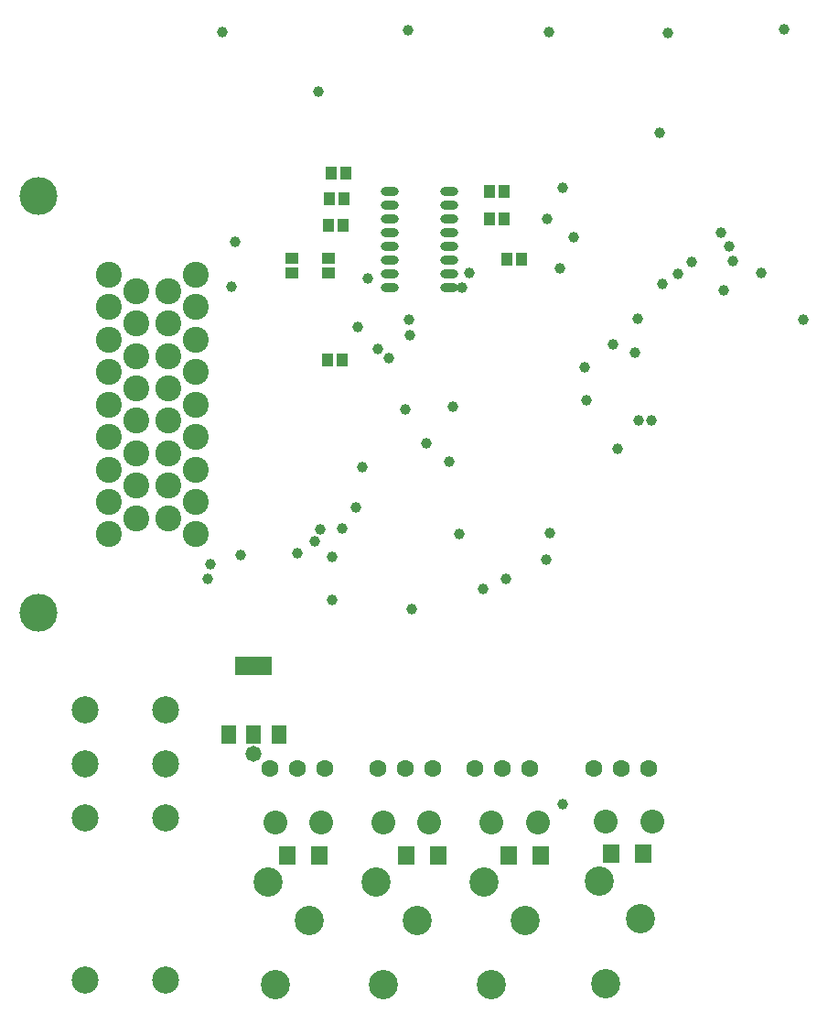
<source format=gbs>
G04*
G04 #@! TF.GenerationSoftware,Altium Limited,Altium Designer,19.1.8 (144)*
G04*
G04 Layer_Color=16711935*
%FSLAX25Y25*%
%MOIN*%
G70*
G01*
G75*
%ADD39O,0.06509X0.03162*%
%ADD51R,0.06115X0.06509*%
%ADD52R,0.04343X0.04737*%
%ADD53R,0.04737X0.04343*%
%ADD54C,0.06312*%
%ADD55C,0.09461*%
%ADD56C,0.13792*%
%ADD57C,0.10642*%
%ADD58C,0.08674*%
%ADD59C,0.09855*%
%ADD60C,0.05800*%
%ADD61C,0.03875*%
%ADD77R,0.05524X0.06706*%
%ADD78R,0.13792X0.06706*%
D39*
X143595Y269582D02*
D03*
Y274582D02*
D03*
Y279582D02*
D03*
Y284582D02*
D03*
Y289582D02*
D03*
Y294582D02*
D03*
Y299582D02*
D03*
Y304582D02*
D03*
X165051Y269582D02*
D03*
Y274582D02*
D03*
Y279582D02*
D03*
Y284582D02*
D03*
Y289582D02*
D03*
Y294582D02*
D03*
Y299582D02*
D03*
Y304582D02*
D03*
D51*
X149453Y63047D02*
D03*
X161067D02*
D03*
X186756Y63047D02*
D03*
X198370D02*
D03*
X106146Y63047D02*
D03*
X117760D02*
D03*
X224256Y63539D02*
D03*
X235871D02*
D03*
D52*
X126279Y243307D02*
D03*
X120965D02*
D03*
X126575Y292225D02*
D03*
X121260D02*
D03*
X126857Y301800D02*
D03*
X121543D02*
D03*
X127559Y311417D02*
D03*
X122244D02*
D03*
X179785Y304500D02*
D03*
X185100D02*
D03*
X179985Y294600D02*
D03*
X185300D02*
D03*
X186122Y280020D02*
D03*
X191437D02*
D03*
D53*
X121063Y275000D02*
D03*
Y280315D02*
D03*
X107900Y274885D02*
D03*
Y280200D02*
D03*
D54*
X119827Y94543D02*
D03*
X109827D02*
D03*
X99827D02*
D03*
X237937Y94543D02*
D03*
X227938D02*
D03*
X217937D02*
D03*
X159197Y94543D02*
D03*
X149197D02*
D03*
X139197D02*
D03*
X194630Y94543D02*
D03*
X184630D02*
D03*
X174630D02*
D03*
D55*
X72677Y179807D02*
D03*
Y191618D02*
D03*
Y203429D02*
D03*
Y215240D02*
D03*
Y227051D02*
D03*
Y238862D02*
D03*
Y250673D02*
D03*
Y262484D02*
D03*
Y274295D02*
D03*
X62835Y185713D02*
D03*
Y197524D02*
D03*
Y209335D02*
D03*
Y221146D02*
D03*
Y232957D02*
D03*
Y244768D02*
D03*
Y256579D02*
D03*
Y268390D02*
D03*
X51024Y185713D02*
D03*
Y197524D02*
D03*
Y209335D02*
D03*
Y221146D02*
D03*
Y232957D02*
D03*
Y244768D02*
D03*
Y256579D02*
D03*
Y268390D02*
D03*
X41181Y179807D02*
D03*
Y191618D02*
D03*
Y203429D02*
D03*
Y215240D02*
D03*
Y227051D02*
D03*
Y238862D02*
D03*
Y250673D02*
D03*
Y262484D02*
D03*
Y274295D02*
D03*
D56*
X15590Y302839D02*
D03*
Y151264D02*
D03*
D57*
X141048Y15803D02*
D03*
X138489Y53204D02*
D03*
X153449Y39425D02*
D03*
X180418Y15803D02*
D03*
X177859Y53204D02*
D03*
X192819Y39425D02*
D03*
X101678Y15803D02*
D03*
X99119Y53204D02*
D03*
X114079Y39425D02*
D03*
X222288Y16196D02*
D03*
X219729Y53598D02*
D03*
X234689Y39819D02*
D03*
D58*
X157977Y74858D02*
D03*
X141048D02*
D03*
X197347D02*
D03*
X180418D02*
D03*
X118607D02*
D03*
X101678D02*
D03*
X239217Y75252D02*
D03*
X222288D02*
D03*
D59*
X32480Y115929D02*
D03*
X62008D02*
D03*
X32480Y76559D02*
D03*
Y96244D02*
D03*
X62008Y76559D02*
D03*
Y96244D02*
D03*
Y17504D02*
D03*
X32480D02*
D03*
D60*
X94000Y100000D02*
D03*
D61*
X177500Y160000D02*
D03*
X205500Y276500D02*
D03*
X210500Y288000D02*
D03*
X151500Y152500D02*
D03*
X135500Y273000D02*
D03*
X186000Y163500D02*
D03*
X89283Y172402D02*
D03*
X225000Y249000D02*
D03*
X243000Y271000D02*
D03*
X265216Y268716D02*
D03*
X248500Y274500D02*
D03*
X253405Y279094D02*
D03*
X232677Y246007D02*
D03*
X150098Y363189D02*
D03*
X82400Y362768D02*
D03*
X200591Y170768D02*
D03*
X201969Y180217D02*
D03*
X215158Y228740D02*
D03*
X226500Y211000D02*
D03*
X118012Y181693D02*
D03*
X110000Y173000D02*
D03*
X77165Y163484D02*
D03*
X122441Y155905D02*
D03*
X126279Y181988D02*
D03*
X150787Y252264D02*
D03*
X278839Y275000D02*
D03*
X268406Y279232D02*
D03*
X267126Y284449D02*
D03*
X287013Y363572D02*
D03*
X294094Y257972D02*
D03*
X244783Y362205D02*
D03*
X201673Y362697D02*
D03*
X214567Y240650D02*
D03*
X234252Y221260D02*
D03*
X206398Y305807D02*
D03*
X149114Y225197D02*
D03*
X143110Y243898D02*
D03*
X166437Y226279D02*
D03*
X150401Y258084D02*
D03*
X156890Y213090D02*
D03*
X139117Y247300D02*
D03*
X131791Y255217D02*
D03*
X238878Y221161D02*
D03*
X122343Y171752D02*
D03*
X116088Y177396D02*
D03*
X87106Y286122D02*
D03*
X200702Y294662D02*
D03*
X172343Y275000D02*
D03*
X233760Y258169D02*
D03*
X165318Y206263D02*
D03*
X241732Y325787D02*
D03*
X86000Y270000D02*
D03*
X117600Y340800D02*
D03*
X169000Y179800D02*
D03*
X170000Y269700D02*
D03*
X133500Y204400D02*
D03*
X264100Y289500D02*
D03*
X78093Y168792D02*
D03*
X131300Y189700D02*
D03*
X206540Y81551D02*
D03*
D77*
X103055Y106803D02*
D03*
X94000D02*
D03*
X84945D02*
D03*
D78*
X94000Y132000D02*
D03*
M02*

</source>
